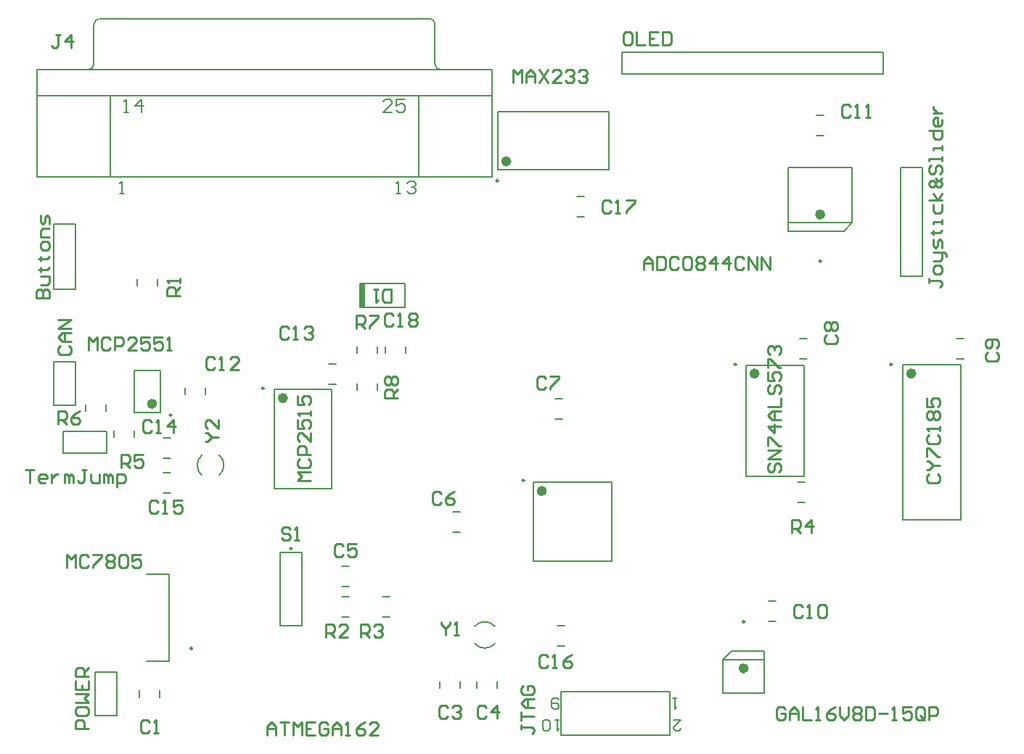
<source format=gto>
G04 Layer_Color=65535*
%FSLAX42Y42*%
%MOMM*%
G71*
G01*
G75*
%ADD24C,0.25*%
%ADD37C,0.60*%
%ADD38C,0.25*%
%ADD39C,0.20*%
%ADD40C,0.20*%
%ADD41C,0.15*%
%ADD42R,0.80X2.80*%
D24*
X2388Y4699D02*
X2362Y4724D01*
X2311D01*
X2286Y4699D01*
Y4597D01*
X2311Y4572D01*
X2362D01*
X2388Y4597D01*
X2438Y4572D02*
X2489D01*
X2464D01*
Y4724D01*
X2438Y4699D01*
X2667Y4572D02*
X2565D01*
X2667Y4674D01*
Y4699D01*
X2641Y4724D01*
X2591D01*
X2565Y4699D01*
X5963Y423D02*
Y372D01*
Y397D01*
X6090D01*
X6115Y372D01*
Y347D01*
X6090Y321D01*
X5963Y474D02*
Y575D01*
Y524D01*
X6115D01*
Y626D02*
X6013D01*
X5963Y677D01*
X6013Y728D01*
X6115D01*
X6039D01*
Y626D01*
X5988Y880D02*
X5963Y855D01*
Y804D01*
X5988Y778D01*
X6090D01*
X6115Y804D01*
Y855D01*
X6090Y880D01*
X6039D01*
Y829D01*
X7229Y8519D02*
X7178D01*
X7153Y8494D01*
Y8392D01*
X7178Y8367D01*
X7229D01*
X7254Y8392D01*
Y8494D01*
X7229Y8519D01*
X7305D02*
Y8367D01*
X7407D01*
X7559Y8519D02*
X7457D01*
Y8367D01*
X7559D01*
X7457Y8443D02*
X7508D01*
X7610Y8519D02*
Y8367D01*
X7686D01*
X7711Y8392D01*
Y8494D01*
X7686Y8519D01*
X7610D01*
X2997Y305D02*
Y406D01*
X3048Y457D01*
X3099Y406D01*
Y305D01*
Y381D01*
X2997D01*
X3150Y457D02*
X3251D01*
X3200D01*
Y305D01*
X3302D02*
Y457D01*
X3353Y406D01*
X3403Y457D01*
Y305D01*
X3556Y457D02*
X3454D01*
Y305D01*
X3556D01*
X3454Y381D02*
X3505D01*
X3708Y432D02*
X3683Y457D01*
X3632D01*
X3607Y432D01*
Y330D01*
X3632Y305D01*
X3683D01*
X3708Y330D01*
Y381D01*
X3657D01*
X3759Y305D02*
Y406D01*
X3810Y457D01*
X3861Y406D01*
Y305D01*
Y381D01*
X3759D01*
X3911Y305D02*
X3962D01*
X3937D01*
Y457D01*
X3911Y432D01*
X4140Y457D02*
X4089Y432D01*
X4038Y381D01*
Y330D01*
X4064Y305D01*
X4114D01*
X4140Y330D01*
Y356D01*
X4114Y381D01*
X4038D01*
X4292Y305D02*
X4191D01*
X4292Y406D01*
Y432D01*
X4267Y457D01*
X4216D01*
X4191Y432D01*
X4470Y5207D02*
X4445Y5232D01*
X4394D01*
X4369Y5207D01*
Y5105D01*
X4394Y5080D01*
X4445D01*
X4470Y5105D01*
X4521Y5080D02*
X4572D01*
X4547D01*
Y5232D01*
X4521Y5207D01*
X4648D02*
X4674Y5232D01*
X4724D01*
X4750Y5207D01*
Y5182D01*
X4724Y5156D01*
X4750Y5131D01*
Y5105D01*
X4724Y5080D01*
X4674D01*
X4648Y5105D01*
Y5131D01*
X4674Y5156D01*
X4648Y5182D01*
Y5207D01*
X4674Y5156D02*
X4724D01*
X660Y2261D02*
Y2413D01*
X711Y2362D01*
X762Y2413D01*
Y2261D01*
X914Y2388D02*
X889Y2413D01*
X838D01*
X813Y2388D01*
Y2286D01*
X838Y2261D01*
X889D01*
X914Y2286D01*
X965Y2413D02*
X1067D01*
Y2388D01*
X965Y2286D01*
Y2261D01*
X1117Y2388D02*
X1143Y2413D01*
X1194D01*
X1219Y2388D01*
Y2362D01*
X1194Y2337D01*
X1219Y2311D01*
Y2286D01*
X1194Y2261D01*
X1143D01*
X1117Y2286D01*
Y2311D01*
X1143Y2337D01*
X1117Y2362D01*
Y2388D01*
X1143Y2337D02*
X1194D01*
X1270Y2388D02*
X1295Y2413D01*
X1346D01*
X1371Y2388D01*
Y2286D01*
X1346Y2261D01*
X1295D01*
X1270Y2286D01*
Y2388D01*
X1524Y2413D02*
X1422D01*
Y2337D01*
X1473Y2362D01*
X1498D01*
X1524Y2337D01*
Y2286D01*
X1498Y2261D01*
X1448D01*
X1422Y2286D01*
X2273Y3734D02*
X2299D01*
X2350Y3785D01*
X2299Y3835D01*
X2273D01*
X2350Y3785D02*
X2426D01*
Y3988D02*
Y3886D01*
X2324Y3988D01*
X2299D01*
X2273Y3962D01*
Y3912D01*
X2299Y3886D01*
X5029Y1626D02*
Y1600D01*
X5080Y1549D01*
X5131Y1600D01*
Y1626D01*
X5080Y1549D02*
Y1473D01*
X5182D02*
X5232D01*
X5207D01*
Y1626D01*
X5182Y1600D01*
X178Y3404D02*
X279D01*
X229D01*
Y3251D01*
X406D02*
X356D01*
X330Y3277D01*
Y3327D01*
X356Y3353D01*
X406D01*
X432Y3327D01*
Y3302D01*
X330D01*
X483Y3353D02*
Y3251D01*
Y3302D01*
X508Y3327D01*
X533Y3353D01*
X559D01*
X635Y3251D02*
Y3353D01*
X660D01*
X686Y3327D01*
Y3251D01*
Y3327D01*
X711Y3353D01*
X736Y3327D01*
Y3251D01*
X889Y3404D02*
X838D01*
X863D01*
Y3277D01*
X838Y3251D01*
X813D01*
X787Y3277D01*
X940Y3353D02*
Y3277D01*
X965Y3251D01*
X1041D01*
Y3353D01*
X1092Y3251D02*
Y3353D01*
X1117D01*
X1143Y3327D01*
Y3251D01*
Y3327D01*
X1168Y3353D01*
X1193Y3327D01*
Y3251D01*
X1244Y3200D02*
Y3353D01*
X1320D01*
X1346Y3327D01*
Y3277D01*
X1320Y3251D01*
X1244D01*
X8865Y3480D02*
X8839Y3454D01*
Y3404D01*
X8865Y3378D01*
X8890D01*
X8915Y3404D01*
Y3454D01*
X8941Y3480D01*
X8966D01*
X8992Y3454D01*
Y3404D01*
X8966Y3378D01*
X8992Y3531D02*
X8839D01*
X8992Y3632D01*
X8839D01*
Y3683D02*
Y3784D01*
X8865D01*
X8966Y3683D01*
X8992D01*
Y3911D02*
X8839D01*
X8915Y3835D01*
Y3937D01*
X8992Y3988D02*
X8890D01*
X8839Y4038D01*
X8890Y4089D01*
X8992D01*
X8915D01*
Y3988D01*
X8839Y4140D02*
X8992D01*
Y4242D01*
X8865Y4394D02*
X8839Y4368D01*
Y4318D01*
X8865Y4292D01*
X8890D01*
X8915Y4318D01*
Y4368D01*
X8941Y4394D01*
X8966D01*
X8992Y4368D01*
Y4318D01*
X8966Y4292D01*
X8839Y4546D02*
Y4445D01*
X8915D01*
X8890Y4495D01*
Y4521D01*
X8915Y4546D01*
X8966D01*
X8992Y4521D01*
Y4470D01*
X8966Y4445D01*
X8839Y4597D02*
Y4699D01*
X8865D01*
X8966Y4597D01*
X8992D01*
X8865Y4749D02*
X8839Y4775D01*
Y4826D01*
X8865Y4851D01*
X8890D01*
X8915Y4826D01*
Y4800D01*
Y4826D01*
X8941Y4851D01*
X8966D01*
X8992Y4826D01*
Y4775D01*
X8966Y4749D01*
X3266Y2710D02*
X3241Y2736D01*
X3190D01*
X3165Y2710D01*
Y2685D01*
X3190Y2659D01*
X3241D01*
X3266Y2634D01*
Y2609D01*
X3241Y2583D01*
X3190D01*
X3165Y2609D01*
X3317Y2583D02*
X3368D01*
X3343D01*
Y2736D01*
X3317Y2710D01*
X4521Y4242D02*
X4369D01*
Y4318D01*
X4394Y4343D01*
X4445D01*
X4470Y4318D01*
Y4242D01*
Y4293D02*
X4521Y4343D01*
X4394Y4394D02*
X4369Y4420D01*
Y4470D01*
X4394Y4496D01*
X4420D01*
X4445Y4470D01*
X4470Y4496D01*
X4496D01*
X4521Y4470D01*
Y4420D01*
X4496Y4394D01*
X4470D01*
X4445Y4420D01*
X4420Y4394D01*
X4394D01*
X4445Y4420D02*
Y4470D01*
X4039Y5055D02*
Y5207D01*
X4115D01*
X4140Y5182D01*
Y5131D01*
X4115Y5105D01*
X4039D01*
X4089D02*
X4140Y5055D01*
X4191Y5207D02*
X4293D01*
Y5182D01*
X4191Y5080D01*
Y5055D01*
X559Y3937D02*
Y4089D01*
X635D01*
X660Y4064D01*
Y4013D01*
X635Y3988D01*
X559D01*
X610D02*
X660Y3937D01*
X813Y4089D02*
X762Y4064D01*
X711Y4013D01*
Y3962D01*
X737Y3937D01*
X787D01*
X813Y3962D01*
Y3988D01*
X787Y4013D01*
X711D01*
X1295Y3429D02*
Y3581D01*
X1372D01*
X1397Y3556D01*
Y3505D01*
X1372Y3480D01*
X1295D01*
X1346D02*
X1397Y3429D01*
X1549Y3581D02*
X1448D01*
Y3505D01*
X1499Y3531D01*
X1524D01*
X1549Y3505D01*
Y3454D01*
X1524Y3429D01*
X1473D01*
X1448Y3454D01*
X9119Y2667D02*
Y2819D01*
X9195D01*
X9220Y2794D01*
Y2743D01*
X9195Y2718D01*
X9119D01*
X9169D02*
X9220Y2667D01*
X9347D02*
Y2819D01*
X9271Y2743D01*
X9373D01*
X4089Y1448D02*
Y1600D01*
X4166D01*
X4191Y1575D01*
Y1524D01*
X4166Y1499D01*
X4089D01*
X4140D02*
X4191Y1448D01*
X4242Y1575D02*
X4267Y1600D01*
X4318D01*
X4343Y1575D01*
Y1549D01*
X4318Y1524D01*
X4293D01*
X4318D01*
X4343Y1499D01*
Y1473D01*
X4318Y1448D01*
X4267D01*
X4242Y1473D01*
X3683Y1448D02*
Y1600D01*
X3759D01*
X3785Y1575D01*
Y1524D01*
X3759Y1499D01*
X3683D01*
X3734D02*
X3785Y1448D01*
X3937D02*
X3835D01*
X3937Y1549D01*
Y1575D01*
X3912Y1600D01*
X3861D01*
X3835Y1575D01*
X1981Y5436D02*
X1829D01*
Y5512D01*
X1854Y5537D01*
X1905D01*
X1930Y5512D01*
Y5436D01*
Y5486D02*
X1981Y5537D01*
Y5588D02*
Y5639D01*
Y5613D01*
X1829D01*
X1854Y5588D01*
X914Y381D02*
X762D01*
Y457D01*
X787Y483D01*
X838D01*
X864Y457D01*
Y381D01*
X762Y610D02*
Y559D01*
X787Y533D01*
X889D01*
X914Y559D01*
Y610D01*
X889Y635D01*
X787D01*
X762Y610D01*
Y686D02*
X914D01*
X864Y736D01*
X914Y787D01*
X762D01*
Y940D02*
Y838D01*
X914D01*
Y940D01*
X838Y838D02*
Y889D01*
X914Y990D02*
X762D01*
Y1067D01*
X787Y1092D01*
X838D01*
X864Y1067D01*
Y990D01*
Y1041D02*
X914Y1092D01*
Y4801D02*
Y4953D01*
X965Y4902D01*
X1016Y4953D01*
Y4801D01*
X1168Y4928D02*
X1143Y4953D01*
X1092D01*
X1067Y4928D01*
Y4826D01*
X1092Y4801D01*
X1143D01*
X1168Y4826D01*
X1219Y4801D02*
Y4953D01*
X1295D01*
X1321Y4928D01*
Y4877D01*
X1295Y4851D01*
X1219D01*
X1473Y4801D02*
X1371D01*
X1473Y4902D01*
Y4928D01*
X1448Y4953D01*
X1397D01*
X1371Y4928D01*
X1625Y4953D02*
X1524D01*
Y4877D01*
X1575Y4902D01*
X1600D01*
X1625Y4877D01*
Y4826D01*
X1600Y4801D01*
X1549D01*
X1524Y4826D01*
X1778Y4953D02*
X1676D01*
Y4877D01*
X1727Y4902D01*
X1752D01*
X1778Y4877D01*
Y4826D01*
X1752Y4801D01*
X1702D01*
X1676Y4826D01*
X1829Y4801D02*
X1879D01*
X1854D01*
Y4953D01*
X1829Y4928D01*
X3505Y3277D02*
X3353D01*
X3404Y3327D01*
X3353Y3378D01*
X3505D01*
X3378Y3531D02*
X3353Y3505D01*
Y3454D01*
X3378Y3429D01*
X3480D01*
X3505Y3454D01*
Y3505D01*
X3480Y3531D01*
X3505Y3581D02*
X3353D01*
Y3657D01*
X3378Y3683D01*
X3429D01*
X3454Y3657D01*
Y3581D01*
X3505Y3835D02*
Y3734D01*
X3404Y3835D01*
X3378D01*
X3353Y3810D01*
Y3759D01*
X3378Y3734D01*
X3353Y3988D02*
Y3886D01*
X3429D01*
X3404Y3937D01*
Y3962D01*
X3429Y3988D01*
X3480D01*
X3505Y3962D01*
Y3911D01*
X3480Y3886D01*
X3505Y4038D02*
Y4089D01*
Y4064D01*
X3353D01*
X3378Y4038D01*
X3353Y4267D02*
Y4165D01*
X3429D01*
X3404Y4216D01*
Y4241D01*
X3429Y4267D01*
X3480D01*
X3505Y4241D01*
Y4191D01*
X3480Y4165D01*
X5867Y7925D02*
Y8077D01*
X5918Y8026D01*
X5969Y8077D01*
Y7925D01*
X6020D02*
Y8026D01*
X6071Y8077D01*
X6121Y8026D01*
Y7925D01*
Y8001D01*
X6020D01*
X6172Y8077D02*
X6274Y7925D01*
Y8077D02*
X6172Y7925D01*
X6426D02*
X6324D01*
X6426Y8026D01*
Y8052D01*
X6401Y8077D01*
X6350D01*
X6324Y8052D01*
X6477D02*
X6502Y8077D01*
X6553D01*
X6578Y8052D01*
Y8026D01*
X6553Y8001D01*
X6528D01*
X6553D01*
X6578Y7976D01*
Y7950D01*
X6553Y7925D01*
X6502D01*
X6477Y7950D01*
X6629Y8052D02*
X6655Y8077D01*
X6705D01*
X6731Y8052D01*
Y8026D01*
X6705Y8001D01*
X6680D01*
X6705D01*
X6731Y7976D01*
Y7950D01*
X6705Y7925D01*
X6655D01*
X6629Y7950D01*
X10719Y5639D02*
Y5588D01*
Y5613D01*
X10846D01*
X10871Y5588D01*
Y5563D01*
X10846Y5537D01*
X10871Y5715D02*
Y5766D01*
X10846Y5791D01*
X10795D01*
X10770Y5766D01*
Y5715D01*
X10795Y5690D01*
X10846D01*
X10871Y5715D01*
X10770Y5842D02*
X10846D01*
X10871Y5867D01*
Y5943D01*
X10897D01*
X10922Y5918D01*
Y5893D01*
X10871Y5943D02*
X10770D01*
X10871Y5994D02*
Y6070D01*
X10846Y6096D01*
X10820Y6070D01*
Y6020D01*
X10795Y5994D01*
X10770Y6020D01*
Y6096D01*
X10744Y6172D02*
X10770D01*
Y6147D01*
Y6197D01*
Y6172D01*
X10846D01*
X10871Y6197D01*
Y6274D02*
Y6324D01*
Y6299D01*
X10770D01*
Y6274D01*
Y6502D02*
Y6426D01*
X10795Y6401D01*
X10846D01*
X10871Y6426D01*
Y6502D01*
Y6553D02*
X10719D01*
X10820D02*
X10770Y6629D01*
X10820Y6553D02*
X10871Y6629D01*
Y6807D02*
X10846Y6781D01*
X10871Y6756D01*
Y6731D01*
X10846Y6705D01*
X10820D01*
X10795Y6731D01*
X10770Y6705D01*
X10744D01*
X10719Y6731D01*
Y6756D01*
X10744Y6781D01*
X10770D01*
X10795Y6756D01*
X10820Y6781D01*
X10846D01*
X10795Y6807D02*
X10820Y6781D01*
X10795Y6731D02*
Y6756D01*
X10744Y6959D02*
X10719Y6934D01*
Y6883D01*
X10744Y6858D01*
X10770D01*
X10795Y6883D01*
Y6934D01*
X10820Y6959D01*
X10846D01*
X10871Y6934D01*
Y6883D01*
X10846Y6858D01*
X10871Y7010D02*
Y7061D01*
Y7035D01*
X10719D01*
Y7010D01*
X10871Y7137D02*
Y7188D01*
Y7162D01*
X10770D01*
Y7137D01*
X10719Y7365D02*
X10871D01*
Y7289D01*
X10846Y7264D01*
X10795D01*
X10770Y7289D01*
Y7365D01*
X10871Y7492D02*
Y7442D01*
X10846Y7416D01*
X10795D01*
X10770Y7442D01*
Y7492D01*
X10795Y7518D01*
X10820D01*
Y7416D01*
X10770Y7569D02*
X10871D01*
X10820D01*
X10795Y7594D01*
X10770Y7619D01*
Y7645D01*
X581Y8484D02*
X531D01*
X556D01*
Y8357D01*
X531Y8331D01*
X505D01*
X480Y8357D01*
X708Y8331D02*
Y8484D01*
X632Y8407D01*
X734D01*
X9042Y610D02*
X9017Y635D01*
X8966D01*
X8941Y610D01*
Y508D01*
X8966Y483D01*
X9017D01*
X9042Y508D01*
Y559D01*
X8992D01*
X9093Y483D02*
Y584D01*
X9144Y635D01*
X9195Y584D01*
Y483D01*
Y559D01*
X9093D01*
X9246Y635D02*
Y483D01*
X9347D01*
X9398D02*
X9449D01*
X9423D01*
Y635D01*
X9398Y610D01*
X9626Y635D02*
X9576Y610D01*
X9525Y559D01*
Y508D01*
X9550Y483D01*
X9601D01*
X9626Y508D01*
Y533D01*
X9601Y559D01*
X9525D01*
X9677Y635D02*
Y533D01*
X9728Y483D01*
X9779Y533D01*
Y635D01*
X9830Y610D02*
X9855Y635D01*
X9906D01*
X9931Y610D01*
Y584D01*
X9906Y559D01*
X9931Y533D01*
Y508D01*
X9906Y483D01*
X9855D01*
X9830Y508D01*
Y533D01*
X9855Y559D01*
X9830Y584D01*
Y610D01*
X9855Y559D02*
X9906D01*
X9982Y635D02*
Y483D01*
X10058D01*
X10083Y508D01*
Y610D01*
X10058Y635D01*
X9982D01*
X10134Y559D02*
X10236D01*
X10287Y483D02*
X10337D01*
X10312D01*
Y635D01*
X10287Y610D01*
X10515Y635D02*
X10414D01*
Y559D01*
X10464Y584D01*
X10490D01*
X10515Y559D01*
Y508D01*
X10490Y483D01*
X10439D01*
X10414Y508D01*
X10667D02*
Y610D01*
X10642Y635D01*
X10591D01*
X10566Y610D01*
Y508D01*
X10591Y483D01*
X10642D01*
X10617Y533D02*
X10667Y483D01*
X10642D02*
X10667Y508D01*
X10718Y483D02*
Y635D01*
X10794D01*
X10820Y610D01*
Y559D01*
X10794Y533D01*
X10718D01*
X4445Y5359D02*
Y5512D01*
X4369D01*
X4343Y5486D01*
Y5385D01*
X4369Y5359D01*
X4445D01*
X4293Y5512D02*
X4242D01*
X4267D01*
Y5359D01*
X4293Y5385D01*
X10719Y3353D02*
X10693Y3327D01*
Y3277D01*
X10719Y3251D01*
X10820D01*
X10846Y3277D01*
Y3327D01*
X10820Y3353D01*
X10693Y3404D02*
X10719D01*
X10770Y3454D01*
X10719Y3505D01*
X10693D01*
X10770Y3454D02*
X10846D01*
X10693Y3556D02*
Y3657D01*
X10719D01*
X10820Y3556D01*
X10846D01*
X10719Y3810D02*
X10693Y3784D01*
Y3734D01*
X10719Y3708D01*
X10820D01*
X10846Y3734D01*
Y3784D01*
X10820Y3810D01*
X10846Y3861D02*
Y3911D01*
Y3886D01*
X10693D01*
X10719Y3861D01*
Y3988D02*
X10693Y4013D01*
Y4064D01*
X10719Y4089D01*
X10744D01*
X10770Y4064D01*
X10795Y4089D01*
X10820D01*
X10846Y4064D01*
Y4013D01*
X10820Y3988D01*
X10795D01*
X10770Y4013D01*
X10744Y3988D01*
X10719D01*
X10770Y4013D02*
Y4064D01*
X10693Y4241D02*
Y4140D01*
X10770D01*
X10744Y4191D01*
Y4216D01*
X10770Y4241D01*
X10820D01*
X10846Y4216D01*
Y4165D01*
X10820Y4140D01*
X584Y4851D02*
X559Y4826D01*
Y4775D01*
X584Y4750D01*
X686D01*
X711Y4775D01*
Y4826D01*
X686Y4851D01*
X711Y4902D02*
X610D01*
X559Y4953D01*
X610Y5004D01*
X711D01*
X635D01*
Y4902D01*
X711Y5055D02*
X559D01*
X711Y5156D01*
X559D01*
X7010Y6528D02*
X6985Y6553D01*
X6934D01*
X6909Y6528D01*
Y6426D01*
X6934Y6401D01*
X6985D01*
X7010Y6426D01*
X7061Y6401D02*
X7112D01*
X7087D01*
Y6553D01*
X7061Y6528D01*
X7188Y6553D02*
X7290D01*
Y6528D01*
X7188Y6426D01*
Y6401D01*
X6274Y1219D02*
X6248Y1245D01*
X6198D01*
X6172Y1219D01*
Y1118D01*
X6198Y1092D01*
X6248D01*
X6274Y1118D01*
X6325Y1092D02*
X6375D01*
X6350D01*
Y1245D01*
X6325Y1219D01*
X6553Y1245D02*
X6502Y1219D01*
X6452Y1168D01*
Y1118D01*
X6477Y1092D01*
X6528D01*
X6553Y1118D01*
Y1143D01*
X6528Y1168D01*
X6452D01*
X1727Y3023D02*
X1702Y3048D01*
X1651D01*
X1626Y3023D01*
Y2921D01*
X1651Y2896D01*
X1702D01*
X1727Y2921D01*
X1778Y2896D02*
X1829D01*
X1803D01*
Y3048D01*
X1778Y3023D01*
X2006Y3048D02*
X1905D01*
Y2972D01*
X1956Y2997D01*
X1981D01*
X2006Y2972D01*
Y2921D01*
X1981Y2896D01*
X1930D01*
X1905Y2921D01*
X1651Y3962D02*
X1626Y3988D01*
X1575D01*
X1549Y3962D01*
Y3861D01*
X1575Y3835D01*
X1626D01*
X1651Y3861D01*
X1702Y3835D02*
X1753D01*
X1727D01*
Y3988D01*
X1702Y3962D01*
X1905Y3835D02*
Y3988D01*
X1829Y3912D01*
X1930D01*
X3251Y5055D02*
X3226Y5080D01*
X3175D01*
X3150Y5055D01*
Y4953D01*
X3175Y4928D01*
X3226D01*
X3251Y4953D01*
X3302Y4928D02*
X3353D01*
X3327D01*
Y5080D01*
X3302Y5055D01*
X3429D02*
X3454Y5080D01*
X3505D01*
X3530Y5055D01*
Y5029D01*
X3505Y5004D01*
X3480D01*
X3505D01*
X3530Y4978D01*
Y4953D01*
X3505Y4928D01*
X3454D01*
X3429Y4953D01*
X9804Y7645D02*
X9779Y7671D01*
X9728D01*
X9703Y7645D01*
Y7544D01*
X9728Y7518D01*
X9779D01*
X9804Y7544D01*
X9855Y7518D02*
X9906D01*
X9881D01*
Y7671D01*
X9855Y7645D01*
X9982Y7518D02*
X10033D01*
X10008D01*
Y7671D01*
X9982Y7645D01*
X9246Y1803D02*
X9220Y1829D01*
X9169D01*
X9144Y1803D01*
Y1702D01*
X9169Y1676D01*
X9220D01*
X9246Y1702D01*
X9296Y1676D02*
X9347D01*
X9322D01*
Y1829D01*
X9296Y1803D01*
X9423D02*
X9449Y1829D01*
X9499D01*
X9525Y1803D01*
Y1702D01*
X9499Y1676D01*
X9449D01*
X9423Y1702D01*
Y1803D01*
X11405Y4775D02*
X11379Y4750D01*
Y4699D01*
X11405Y4674D01*
X11506D01*
X11532Y4699D01*
Y4750D01*
X11506Y4775D01*
Y4826D02*
X11532Y4851D01*
Y4902D01*
X11506Y4928D01*
X11405D01*
X11379Y4902D01*
Y4851D01*
X11405Y4826D01*
X11430D01*
X11455Y4851D01*
Y4928D01*
X9525Y4978D02*
X9500Y4953D01*
Y4902D01*
X9525Y4877D01*
X9627D01*
X9652Y4902D01*
Y4953D01*
X9627Y4978D01*
X9525Y5029D02*
X9500Y5055D01*
Y5105D01*
X9525Y5131D01*
X9550D01*
X9576Y5105D01*
X9601Y5131D01*
X9627D01*
X9652Y5105D01*
Y5055D01*
X9627Y5029D01*
X9601D01*
X9576Y5055D01*
X9550Y5029D01*
X9525D01*
X9576Y5055D02*
Y5105D01*
X6248Y4470D02*
X6223Y4496D01*
X6172D01*
X6147Y4470D01*
Y4369D01*
X6172Y4343D01*
X6223D01*
X6248Y4369D01*
X6299Y4496D02*
X6401D01*
Y4470D01*
X6299Y4369D01*
Y4343D01*
X5029Y3124D02*
X5004Y3150D01*
X4953D01*
X4928Y3124D01*
Y3023D01*
X4953Y2997D01*
X5004D01*
X5029Y3023D01*
X5182Y3150D02*
X5131Y3124D01*
X5080Y3073D01*
Y3023D01*
X5105Y2997D01*
X5156D01*
X5182Y3023D01*
Y3048D01*
X5156Y3073D01*
X5080D01*
X3886Y2515D02*
X3861Y2540D01*
X3810D01*
X3785Y2515D01*
Y2413D01*
X3810Y2388D01*
X3861D01*
X3886Y2413D01*
X4039Y2540D02*
X3937D01*
Y2464D01*
X3988Y2489D01*
X4013D01*
X4039Y2464D01*
Y2413D01*
X4013Y2388D01*
X3962D01*
X3937Y2413D01*
X5550Y622D02*
X5524Y648D01*
X5474D01*
X5448Y622D01*
Y521D01*
X5474Y495D01*
X5524D01*
X5550Y521D01*
X5677Y495D02*
Y648D01*
X5601Y571D01*
X5702D01*
X5105Y622D02*
X5080Y648D01*
X5029D01*
X5004Y622D01*
Y521D01*
X5029Y495D01*
X5080D01*
X5105Y521D01*
X5156Y622D02*
X5182Y648D01*
X5232D01*
X5258Y622D01*
Y597D01*
X5232Y571D01*
X5207D01*
X5232D01*
X5258Y546D01*
Y521D01*
X5232Y495D01*
X5182D01*
X5156Y521D01*
X1626Y457D02*
X1600Y483D01*
X1549D01*
X1524Y457D01*
Y356D01*
X1549Y330D01*
X1600D01*
X1626Y356D01*
X1676Y330D02*
X1727D01*
X1702D01*
Y483D01*
X1676Y457D01*
X305Y5410D02*
X457D01*
Y5486D01*
X432Y5512D01*
X406D01*
X381Y5486D01*
Y5410D01*
Y5486D01*
X356Y5512D01*
X330D01*
X305Y5486D01*
Y5410D01*
X356Y5563D02*
X432D01*
X457Y5588D01*
Y5664D01*
X356D01*
X330Y5740D02*
X356D01*
Y5715D01*
Y5766D01*
Y5740D01*
X432D01*
X457Y5766D01*
X330Y5867D02*
X356D01*
Y5842D01*
Y5893D01*
Y5867D01*
X432D01*
X457Y5893D01*
Y5994D02*
Y6045D01*
X432Y6070D01*
X381D01*
X356Y6045D01*
Y5994D01*
X381Y5969D01*
X432D01*
X457Y5994D01*
Y6121D02*
X356D01*
Y6197D01*
X381Y6223D01*
X457D01*
Y6274D02*
Y6350D01*
X432Y6375D01*
X406Y6350D01*
Y6299D01*
X381Y6274D01*
X356Y6299D01*
Y6375D01*
X7391Y5740D02*
Y5842D01*
X7442Y5893D01*
X7493Y5842D01*
Y5740D01*
Y5817D01*
X7391D01*
X7544Y5893D02*
Y5740D01*
X7620D01*
X7645Y5766D01*
Y5867D01*
X7620Y5893D01*
X7544D01*
X7798Y5867D02*
X7772Y5893D01*
X7721D01*
X7696Y5867D01*
Y5766D01*
X7721Y5740D01*
X7772D01*
X7798Y5766D01*
X7848Y5867D02*
X7874Y5893D01*
X7925D01*
X7950Y5867D01*
Y5766D01*
X7925Y5740D01*
X7874D01*
X7848Y5766D01*
Y5867D01*
X8001D02*
X8026Y5893D01*
X8077D01*
X8102Y5867D01*
Y5842D01*
X8077Y5817D01*
X8102Y5791D01*
Y5766D01*
X8077Y5740D01*
X8026D01*
X8001Y5766D01*
Y5791D01*
X8026Y5817D01*
X8001Y5842D01*
Y5867D01*
X8026Y5817D02*
X8077D01*
X8229Y5740D02*
Y5893D01*
X8153Y5817D01*
X8255D01*
X8382Y5740D02*
Y5893D01*
X8306Y5817D01*
X8407D01*
X8559Y5867D02*
X8534Y5893D01*
X8483D01*
X8458Y5867D01*
Y5766D01*
X8483Y5740D01*
X8534D01*
X8559Y5766D01*
X8610Y5740D02*
Y5893D01*
X8712Y5740D01*
Y5893D01*
X8763Y5740D02*
Y5893D01*
X8864Y5740D01*
Y5893D01*
D37*
X5817Y7004D02*
G03*
X5817Y7004I-30J0D01*
G01*
X6231Y3155D02*
G03*
X6231Y3155I-30J0D01*
G01*
X3211Y4239D02*
G03*
X3211Y4239I-30J0D01*
G01*
X10542Y4526D02*
G03*
X10542Y4526I-30J0D01*
G01*
X8713Y4525D02*
G03*
X8713Y4525I-30J0D01*
G01*
X8586Y1083D02*
G03*
X8586Y1083I-30J0D01*
G01*
X1685Y4173D02*
G03*
X1685Y4173I-30J0D01*
G01*
X9479Y6385D02*
G03*
X9479Y6385I-30J0D01*
G01*
D38*
X5693Y6779D02*
G03*
X5693Y6779I-12J0D01*
G01*
X5999Y3277D02*
G03*
X5999Y3277I-12J0D01*
G01*
X2959Y4352D02*
G03*
X2959Y4352I-12J0D01*
G01*
X10289Y4632D02*
G03*
X10289Y4632I-12J0D01*
G01*
X8471D02*
G03*
X8471Y4632I-12J0D01*
G01*
X8568Y1628D02*
G03*
X8568Y1628I-12J0D01*
G01*
X1883Y4042D02*
G03*
X1883Y4042I-12J0D01*
G01*
X9461Y5840D02*
G03*
X9461Y5840I-12J0D01*
G01*
X2125Y1317D02*
G03*
X2125Y1317I-12J0D01*
G01*
X3289Y2483D02*
G03*
X3289Y2483I-12J0D01*
G01*
D39*
X2439Y3339D02*
G03*
X2437Y3573I-102J117D01*
G01*
X2236Y3572D02*
G03*
X2235Y3338I101J-118D01*
G01*
X1046Y8672D02*
G03*
X977Y8603I0J-69D01*
G01*
X4956Y8142D02*
G03*
X5026Y8073I69J0D01*
G01*
X907D02*
G03*
X976Y8142I0J69D01*
G01*
X4956Y8603D02*
G03*
X4886Y8672I-69J0D01*
G01*
X5653Y1575D02*
G03*
X5418Y1574I-117J-102D01*
G01*
X5419Y1373D02*
G03*
X5654Y1371I118J101D01*
G01*
X2039Y4278D02*
Y4358D01*
X2279Y4278D02*
Y4358D01*
X6426Y813D02*
X7696D01*
X6426Y305D02*
X7696D01*
Y813D01*
X6426Y305D02*
Y813D01*
X6987Y6904D02*
Y7584D01*
X5687Y6904D02*
Y7584D01*
X6987D01*
X5687Y6904D02*
X6987D01*
X9188Y3017D02*
X9268D01*
X9188Y3257D02*
X9268D01*
X7328Y8280D02*
X10185D01*
X7137D02*
X7328D01*
X7137Y8026D02*
Y8280D01*
Y8026D02*
X10185D01*
Y8280D01*
X9409Y7543D02*
X9489D01*
X9409Y7303D02*
X9489D01*
X6361Y4235D02*
X6441D01*
X6361Y3995D02*
X6441D01*
X1210Y3783D02*
Y3863D01*
X1450Y3783D02*
Y3863D01*
X877Y4088D02*
Y4167D01*
X1116Y4088D02*
Y4167D01*
X6101Y2335D02*
Y3255D01*
X7021Y2335D02*
Y3255D01*
X6101D02*
X7021D01*
X6101Y2335D02*
X7021D01*
X1480Y5548D02*
Y5628D01*
X1720Y5548D02*
Y5628D01*
X762Y5512D02*
Y6274D01*
X508D02*
X762D01*
X508Y5512D02*
Y6274D01*
Y5512D02*
X762D01*
X4346Y1923D02*
X4426D01*
X4346Y1683D02*
X4426D01*
X3872Y1923D02*
X3952D01*
X3872Y1683D02*
X3952D01*
X3872Y2039D02*
X3952D01*
X3872Y2279D02*
X3952D01*
X3719Y4401D02*
X3799D01*
X3719Y4641D02*
X3799D01*
X5167Y2914D02*
X5247D01*
X5167Y2674D02*
X5247D01*
X3081Y3179D02*
X3751D01*
X3081Y4339D02*
X3751D01*
Y3179D02*
Y4339D01*
X3081Y3179D02*
Y4339D01*
X11042Y4933D02*
X11122D01*
X11042Y4693D02*
X11122D01*
X9213Y4933D02*
X9293D01*
X9213Y4693D02*
X9293D01*
X10412Y2816D02*
X11092D01*
X10412Y4626D02*
X11092D01*
Y2816D02*
Y4626D01*
X10412Y2816D02*
Y4626D01*
X8583Y3325D02*
X9263D01*
X8583Y4625D02*
X9263D01*
Y3325D02*
Y4625D01*
X8583Y3325D02*
Y4625D01*
X8850Y1873D02*
X8930D01*
X8850Y1633D02*
X8930D01*
X8313Y1183D02*
X8798D01*
X8413Y1283D02*
X8798D01*
Y798D02*
Y1283D01*
X8313Y798D02*
X8798D01*
X8313D02*
Y1183D01*
X8413Y1283D01*
X4286Y4761D02*
Y4841D01*
X4046Y4761D02*
Y4841D01*
X4286Y4329D02*
Y4409D01*
X4046Y4329D02*
Y4409D01*
X4608Y5296D02*
Y5576D01*
X4078Y5296D02*
X4608D01*
X4078Y5576D02*
X4608D01*
X4616Y4761D02*
Y4841D01*
X4376Y4761D02*
Y4841D01*
X508Y4661D02*
X762D01*
Y4153D02*
Y4661D01*
X508Y4153D02*
X762D01*
X508D02*
Y4661D01*
X1755Y4073D02*
Y4563D01*
X1445Y4073D02*
Y4563D01*
Y4073D02*
X1755D01*
X1445Y4563D02*
X1755D01*
X1123Y3594D02*
Y3848D01*
X616Y3594D02*
X1123D01*
X616D02*
Y3848D01*
X1123D01*
X1789Y3778D02*
X1869D01*
X1789Y3538D02*
X1869D01*
X1789Y3371D02*
X1869D01*
X1789Y3131D02*
X1869D01*
X10389Y5664D02*
X10643D01*
X10389D02*
Y6934D01*
X10643Y5664D02*
Y6934D01*
X10389D02*
X10643D01*
X9724Y6185D02*
X9824Y6285D01*
Y6935D01*
X9074D02*
X9824D01*
X9074Y6185D02*
Y6935D01*
Y6185D02*
X9724D01*
X9074Y6285D02*
X9824D01*
X6615Y6357D02*
X6695D01*
X6615Y6597D02*
X6695D01*
X311Y7772D02*
X5621D01*
X976Y8142D02*
Y8602D01*
X4956Y8142D02*
Y8602D01*
X1046Y8672D02*
X4886D01*
X1166Y6822D02*
Y7772D01*
X311Y8072D02*
X5621D01*
X4766Y6822D02*
Y7772D01*
X311Y6822D02*
X5621D01*
X311D02*
Y8072D01*
X5621Y6822D02*
Y8072D01*
X6386Y1581D02*
X6466D01*
X6386Y1340D02*
X6466D01*
X5011Y849D02*
Y929D01*
X5251Y849D02*
Y929D01*
X5683Y849D02*
Y929D01*
X5443Y849D02*
Y929D01*
X1593Y1166D02*
X1853D01*
Y2186D01*
X1593D02*
X1853D01*
X1506Y747D02*
Y827D01*
X1746Y747D02*
Y827D01*
X991Y1041D02*
X1245D01*
Y533D02*
Y1041D01*
X991Y533D02*
X1245D01*
X991D02*
Y1041D01*
X3404Y1579D02*
Y2435D01*
X3150Y1579D02*
X3404D01*
X3150D02*
Y2435D01*
X3404D01*
D40*
X6401Y483D02*
X6358D01*
X6380D01*
Y356D01*
X6401Y377D01*
X6295D02*
X6274Y356D01*
X6232D01*
X6210Y377D01*
Y461D01*
X6232Y483D01*
X6274D01*
X6295Y461D01*
Y377D01*
X6401Y715D02*
X6380Y737D01*
X6337D01*
X6316Y715D01*
Y631D01*
X6337Y610D01*
X6380D01*
X6401Y631D01*
Y652D01*
X6380Y673D01*
X6316D01*
X7772Y737D02*
X7730D01*
X7751D01*
Y610D01*
X7772Y631D01*
X7739Y483D02*
X7823D01*
X7739Y398D01*
Y377D01*
X7760Y356D01*
X7802D01*
X7823Y377D01*
D41*
X1279Y6625D02*
X1329D01*
X1304D01*
Y6775D01*
X1279Y6750D01*
X4505Y6625D02*
X4555D01*
X4530D01*
Y6775D01*
X4505Y6750D01*
X4630D02*
X4655Y6775D01*
X4705D01*
X4730Y6750D01*
Y6725D01*
X4705Y6700D01*
X4680D01*
X4705D01*
X4730Y6675D01*
Y6650D01*
X4705Y6625D01*
X4655D01*
X4630Y6650D01*
X1330Y7575D02*
X1380D01*
X1355D01*
Y7725D01*
X1330Y7700D01*
X1530Y7575D02*
Y7725D01*
X1455Y7650D01*
X1555D01*
X4454Y7575D02*
X4354D01*
X4454Y7675D01*
Y7700D01*
X4429Y7725D01*
X4379D01*
X4354Y7700D01*
X4604Y7725D02*
X4504D01*
Y7650D01*
X4554Y7675D01*
X4579D01*
X4604Y7650D01*
Y7600D01*
X4579Y7575D01*
X4529D01*
X4504Y7600D01*
D42*
X4108Y5436D02*
D03*
M02*

</source>
